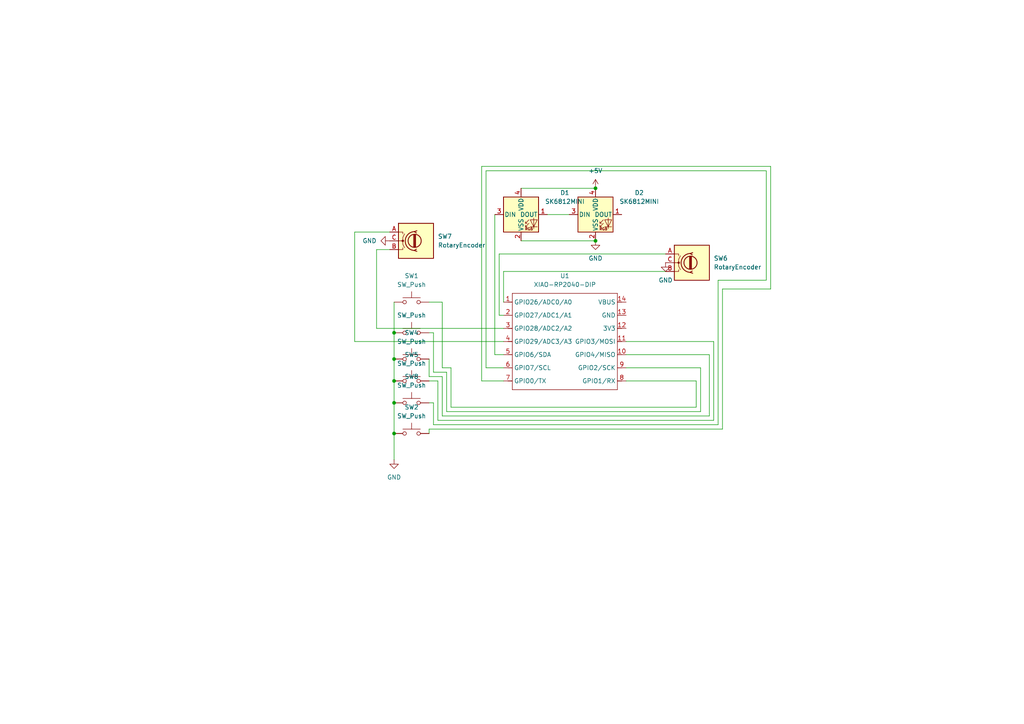
<source format=kicad_sch>
(kicad_sch (version 20231120) (generator "eeschema") (generator_version "8.0")
  (paper "A4")
  (lib_symbols
    (symbol "Device:RotaryEncoder" (pin_names (offset 0.254) hide)
      (property "Reference" "SW" (at 0 6.604 0))
      (property "Value" "RotaryEncoder" (at 0 -6.604 0))
      (symbol "RotaryEncoder_0_1"
        (rectangle (start -5.08 5.08) (end 5.08 -5.08) (stroke (width 0.254)) (fill (type background)))
        (circle (center -3.81 0) (radius 0.254) (fill (type outline)))
        (circle (center -0.381 0) (radius 1.905) (stroke (width 0.254)))
        (arc (start -0.381 2.667) (mid -3.0988 -0.0635) (end -0.381 -2.794) (stroke (width 0.254)))
        (polyline (pts (xy -0.635 -1.778) (xy -0.635 1.778)) (stroke (width 0.254)))
        (polyline (pts (xy -0.381 -1.778) (xy -0.381 1.778)) (stroke (width 0.254)))
        (polyline (pts (xy -0.127 1.778) (xy -0.127 -1.778)) (stroke (width 0.254)))
        (polyline (pts (xy -5.08 -2.54) (xy -3.81 -2.54) (xy -3.81 -2.032)))
        (polyline (pts (xy -5.08 2.54) (xy -3.81 2.54) (xy -3.81 2.032)))
        (polyline (pts (xy 0.254 -3.048) (xy -0.508 -2.794) (xy 0.127 -2.413)) (stroke (width 0.254)))
        (polyline (pts (xy 0.254 2.921) (xy -0.508 2.667) (xy 0.127 2.286)) (stroke (width 0.254)))
        (polyline (pts (xy -5.08 0) (xy -3.81 0) (xy -3.81 -1.016) (xy -3.302 -2.032)))
        (polyline (pts (xy -4.318 0) (xy -3.81 0) (xy -3.81 1.016) (xy -3.302 2.032)))
      )
      (symbol "RotaryEncoder_1_1"
        (pin passive line (at -7.62 2.54 0) (length 2.54) (name "A") (number "A"))
        (pin passive line (at -7.62 -2.54 0) (length 2.54) (name "B") (number "B"))
        (pin passive line (at -7.62 0 0) (length 2.54) (name "C") (number "C"))
      )
    )
    (symbol "LED:SK6812MINI" (pin_names (offset 0.254))
      (property "Reference" "D" (at 5.08 5.715 0))
      (property "Value" "SK6812MINI" (at 1.27 -5.715 0))
      (symbol "SK6812MINI_0_0"
        (text "RGB" (at 2.286 -4.191 0) (effects (font (size 0.762 0.762))))
      )
      (symbol "SK6812MINI_0_1"
        (polyline (pts (xy 1.27 -3.556) (xy 1.778 -3.556)))
        (polyline (pts (xy 1.27 -2.54) (xy 1.778 -2.54)))
        (polyline (pts (xy 4.699 -3.556) (xy 2.667 -3.556)))
        (polyline (pts (xy 2.286 -2.54) (xy 1.27 -3.556) (xy 1.27 -3.048)))
        (polyline (pts (xy 2.286 -1.524) (xy 1.27 -2.54) (xy 1.27 -2.032)))
        (polyline (pts (xy 3.683 -1.016) (xy 3.683 -3.556) (xy 3.683 -4.064)))
        (polyline (pts (xy 4.699 -1.524) (xy 2.667 -1.524) (xy 3.683 -3.556) (xy 4.699 -1.524)))
        (rectangle (start 5.08 5.08) (end -5.08 -5.08) (stroke (width 0.254)) (fill (type background)))
      )
      (symbol "SK6812MINI_1_1"
        (pin output line (at 7.62 0 180) (length 2.54) (name "DOUT") (number "1"))
        (pin power_in line (at 0 -7.62 90) (length 2.54) (name "VSS") (number "2"))
        (pin input line (at -7.62 0 0) (length 2.54) (name "DIN") (number "3"))
        (pin power_in line (at 0 7.62 270) (length 2.54) (name "VDD") (number "4"))
      )
    )
    (symbol "Seeed_Studio_XIAO_Series:XIAO-RP2040-DIP"
      (property "Reference" "U" (at 0 0 0))
      (property "Value" "XIAO-RP2040-DIP" (at 5.334 -1.778 0))
      (symbol "XIAO-RP2040-DIP_1_0"
        (polyline (pts (xy -1.27 -30.48) (xy -1.27 -16.51)) (stroke (width 0.1524)))
        (polyline (pts (xy -1.27 -27.94) (xy -2.54 -27.94)) (stroke (width 0.1524)))
        (polyline (pts (xy -1.27 -24.13) (xy -2.54 -24.13)) (stroke (width 0.1524)))
        (polyline (pts (xy -1.27 -20.32) (xy -2.54 -20.32)) (stroke (width 0.1524)))
        (polyline (pts (xy -1.27 -16.51) (xy -2.54 -16.51)) (stroke (width 0.1524)))
        (polyline (pts (xy -1.27 -16.51) (xy -1.27 -12.7)) (stroke (width 0.1524)))
        (polyline (pts (xy -1.27 -12.7) (xy -2.54 -12.7)) (stroke (width 0.1524)))
        (polyline (pts (xy -1.27 -12.7) (xy -1.27 -8.89)) (stroke (width 0.1524)))
        (polyline (pts (xy -1.27 -8.89) (xy -2.54 -8.89)) (stroke (width 0.1524)))
        (polyline (pts (xy -1.27 -8.89) (xy -1.27 -5.08)) (stroke (width 0.1524)))
        (polyline (pts (xy -1.27 -5.08) (xy -2.54 -5.08)) (stroke (width 0.1524)))
        (polyline (pts (xy -1.27 -5.08) (xy -1.27 -2.54)) (stroke (width 0.1524)))
        (polyline (pts (xy -1.27 -2.54) (xy 29.21 -2.54)) (stroke (width 0.1524)))
        (polyline (pts (xy 29.21 -30.48) (xy -1.27 -30.48)) (stroke (width 0.1524)))
        (polyline (pts (xy 29.21 -12.7) (xy 29.21 -30.48)) (stroke (width 0.1524)))
        (polyline (pts (xy 29.21 -8.89) (xy 29.21 -12.7)) (stroke (width 0.1524)))
        (polyline (pts (xy 29.21 -5.08) (xy 29.21 -8.89)) (stroke (width 0.1524)))
        (polyline (pts (xy 29.21 -2.54) (xy 29.21 -5.08)) (stroke (width 0.1524)))
        (polyline (pts (xy 30.48 -27.94) (xy 29.21 -27.94)) (stroke (width 0.1524)))
        (polyline (pts (xy 30.48 -24.13) (xy 29.21 -24.13)) (stroke (width 0.1524)))
        (polyline (pts (xy 30.48 -20.32) (xy 29.21 -20.32)) (stroke (width 0.1524)))
        (polyline (pts (xy 30.48 -16.51) (xy 29.21 -16.51)) (stroke (width 0.1524)))
        (polyline (pts (xy 30.48 -12.7) (xy 29.21 -12.7)) (stroke (width 0.1524)))
        (polyline (pts (xy 30.48 -8.89) (xy 29.21 -8.89)) (stroke (width 0.1524)))
        (polyline (pts (xy 30.48 -5.08) (xy 29.21 -5.08)) (stroke (width 0.1524)))
        (pin passive line (at -3.81 -5.08 0) (length 2.54) (name "GPIO26/ADC0/A0") (number "1"))
        (pin passive line (at 31.75 -20.32 180) (length 2.54) (name "GPIO4/MISO") (number "10"))
        (pin passive line (at 31.75 -16.51 180) (length 2.54) (name "GPIO3/MOSI") (number "11"))
        (pin passive line (at 31.75 -12.7 180) (length 2.54) (name "3V3") (number "12"))
        (pin passive line (at 31.75 -8.89 180) (length 2.54) (name "GND") (number "13"))
        (pin passive line (at 31.75 -5.08 180) (length 2.54) (name "VBUS") (number "14"))
        (pin passive line (at -3.81 -8.89 0) (length 2.54) (name "GPIO27/ADC1/A1") (number "2"))
        (pin passive line (at -3.81 -12.7 0) (length 2.54) (name "GPIO28/ADC2/A2") (number "3"))
        (pin passive line (at -3.81 -16.51 0) (length 2.54) (name "GPIO29/ADC3/A3") (number "4"))
        (pin passive line (at -3.81 -20.32 0) (length 2.54) (name "GPIO6/SDA") (number "5"))
        (pin passive line (at -3.81 -24.13 0) (length 2.54) (name "GPIO7/SCL") (number "6"))
        (pin passive line (at -3.81 -27.94 0) (length 2.54) (name "GPIO0/TX") (number "7"))
        (pin passive line (at 31.75 -27.94 180) (length 2.54) (name "GPIO1/RX") (number "8"))
        (pin passive line (at 31.75 -24.13 180) (length 2.54) (name "GPIO2/SCK") (number "9"))
      )
    )
    (symbol "Switch:SW_Push" (pin_numbers hide) (pin_names (offset 1.016) hide)
      (property "Reference" "SW" (at 1.27 2.54 0))
      (property "Value" "SW_Push" (at 0 -1.524 0))
      (symbol "SW_Push_0_1"
        (circle (center -2.032 0) (radius 0.508))
        (polyline (pts (xy 0 1.27) (xy 0 3.048)))
        (polyline (pts (xy 2.54 1.27) (xy -2.54 1.27)))
        (circle (center 2.032 0) (radius 0.508))
        (pin passive line (at -5.08 0 0) (length 2.54) (name "1") (number "1"))
        (pin passive line (at 5.08 0 180) (length 2.54) (name "2") (number "2"))
      )
    )
    (symbol "power:+5V" (power) (pin_numbers hide) (pin_names (offset 0) hide)
      (property "Value" "+5V" (at 0 3.556 0))
      (symbol "+5V_0_1"
        (polyline (pts (xy -0.762 1.27) (xy 0 2.54)))
        (polyline (pts (xy 0 0) (xy 0 2.54)))
        (polyline (pts (xy 0 2.54) (xy 0.762 1.27)))
      )
      (symbol "+5V_1_1"
        (pin power_in line (at 0 0 90) (length 0) (name "~") (number "1"))
      )
    )
    (symbol "power:GND" (power) (pin_numbers hide) (pin_names (offset 0) hide)
      (property "Value" "GND" (at 0 -3.81 0))
      (symbol "GND_0_1"
        (polyline (pts (xy 0 0) (xy 0 -1.27) (xy 1.27 -1.27) (xy 0 -2.54) (xy -1.27 -1.27) (xy 0 -1.27)))
      )
      (symbol "GND_1_1"
        (pin power_in line (at 0 0 270) (length 0) (name "~") (number "1"))
      )
    )
  )
  (junction (at 114.3 110.49))
  (junction (at 172.72 69.85))
  (junction (at 114.3 125.73))
  (junction (at 114.3 116.84))
  (junction (at 114.3 104.14))
  (junction (at 114.3 96.52))
  (junction (at 172.72 54.61))
  (wire (pts (xy 143.51 102.87) (xy 146.05 102.87)))
  (wire (pts (xy 130.81 118.11) (xy 201.93 118.11)))
  (wire (pts (xy 140.97 106.68) (xy 146.05 106.68)))
  (wire (pts (xy 209.55 124.46) (xy 124.46 124.46)))
  (wire (pts (xy 181.61 110.49) (xy 201.93 110.49)))
  (wire (pts (xy 102.87 67.31) (xy 102.87 99.06)))
  (wire (pts (xy 113.03 67.31) (xy 102.87 67.31)))
  (wire (pts (xy 146.05 78.74) (xy 146.05 87.63)))
  (wire (pts (xy 124.46 116.84) (xy 125.73 116.84)))
  (wire (pts (xy 114.3 125.73) (xy 114.3 133.35)))
  (wire (pts (xy 127 121.92) (xy 127 110.49)))
  (wire (pts (xy 208.28 123.19) (xy 208.28 81.28)))
  (wire (pts (xy 181.61 99.06) (xy 207.01 99.06)))
  (wire (pts (xy 203.2 119.38) (xy 129.54 119.38)))
  (wire (pts (xy 114.3 96.52) (xy 114.3 104.14)))
  (wire (pts (xy 124.46 109.22) (xy 124.46 104.14)))
  (wire (pts (xy 128.27 109.22) (xy 124.46 109.22)))
  (wire (pts (xy 128.27 87.63) (xy 128.27 106.68)))
  (wire (pts (xy 209.55 83.82) (xy 209.55 124.46)))
  (wire (pts (xy 193.04 73.66) (xy 144.78 73.66)))
  (wire (pts (xy 207.01 99.06) (xy 207.01 121.92)))
  (wire (pts (xy 222.25 81.28) (xy 222.25 49.53)))
  (wire (pts (xy 144.78 91.44) (xy 146.05 91.44)))
  (wire (pts (xy 139.7 48.26) (xy 223.52 48.26)))
  (wire (pts (xy 223.52 83.82) (xy 209.55 83.82)))
  (wire (pts (xy 129.54 119.38) (xy 129.54 107.95)))
  (wire (pts (xy 181.61 106.68) (xy 203.2 106.68)))
  (wire (pts (xy 158.75 62.23) (xy 165.1 62.23)))
  (wire (pts (xy 124.46 96.52) (xy 125.73 96.52)))
  (wire (pts (xy 125.73 107.95) (xy 125.73 96.52)))
  (wire (pts (xy 223.52 48.26) (xy 223.52 83.82)))
  (wire (pts (xy 151.13 54.61) (xy 172.72 54.61)))
  (wire (pts (xy 128.27 106.68) (xy 130.81 106.68)))
  (wire (pts (xy 114.3 110.49) (xy 114.3 116.84)))
  (wire (pts (xy 144.78 73.66) (xy 144.78 91.44)))
  (wire (pts (xy 130.81 106.68) (xy 130.81 118.11)))
  (wire (pts (xy 222.25 49.53) (xy 140.97 49.53)))
  (wire (pts (xy 193.04 78.74) (xy 146.05 78.74)))
  (wire (pts (xy 201.93 118.11) (xy 201.93 110.49)))
  (wire (pts (xy 140.97 49.53) (xy 140.97 106.68)))
  (wire (pts (xy 203.2 106.68) (xy 203.2 119.38)))
  (wire (pts (xy 146.05 110.49) (xy 139.7 110.49)))
  (wire (pts (xy 129.54 107.95) (xy 125.73 107.95)))
  (wire (pts (xy 109.22 95.25) (xy 146.05 95.25)))
  (wire (pts (xy 113.03 72.39) (xy 109.22 72.39)))
  (wire (pts (xy 205.74 120.65) (xy 128.27 120.65)))
  (wire (pts (xy 139.7 110.49) (xy 139.7 48.26)))
  (wire (pts (xy 125.73 123.19) (xy 208.28 123.19)))
  (wire (pts (xy 207.01 121.92) (xy 127 121.92)))
  (wire (pts (xy 125.73 116.84) (xy 125.73 123.19)))
  (wire (pts (xy 128.27 120.65) (xy 128.27 109.22)))
  (wire (pts (xy 208.28 81.28) (xy 222.25 81.28)))
  (wire (pts (xy 127 110.49) (xy 124.46 110.49)))
  (wire (pts (xy 114.3 87.63) (xy 114.3 96.52)))
  (wire (pts (xy 143.51 62.23) (xy 143.51 102.87)))
  (wire (pts (xy 102.87 99.06) (xy 146.05 99.06)))
  (wire (pts (xy 109.22 72.39) (xy 109.22 95.25)))
  (wire (pts (xy 124.46 124.46) (xy 124.46 125.73)))
  (wire (pts (xy 114.3 116.84) (xy 114.3 125.73)))
  (wire (pts (xy 124.46 87.63) (xy 128.27 87.63)))
  (wire (pts (xy 181.61 102.87) (xy 205.74 102.87)))
  (wire (pts (xy 205.74 102.87) (xy 205.74 120.65)))
  (wire (pts (xy 114.3 104.14) (xy 114.3 110.49)))
  (wire (pts (xy 151.13 69.85) (xy 172.72 69.85)))
  (symbol (lib_id "LED:SK6812MINI") (at 151.13 62.23 0) (unit 1)
    (property "Reference" "D1" (at 163.83 55.9114 0))
    (property "Value" "SK6812MINI" (at 163.83 58.4514 0))
    (property "Footprint" "LED_SMD:LED_SK6812MINI_PLCC4_3.5x3.5mm_P1.75mm" (effects (hide yes)))
    (property "Datasheet" "https://cdn-shop.adafruit.com/product-files/2686/SK6812MINI_REV.01-1-2.pdf" (effects (hide yes)))
    (property "Description" "RGB LED with integrated controller" (effects (hide yes)))
  )
  (symbol (lib_id "Seeed_Studio_XIAO_Series:XIAO-RP2040-DIP") (at 149.86 82.55 0) (unit 1)
    (property "Reference" "U1" (at 163.83 80.01 0))
    (property "Value" "XIAO-RP2040-DIP" (at 163.83 82.55 0))
    (property "Footprint" "Seeed Studio XIAO Series Library:XIAO-RP2040-DIP" (effects (hide yes)))
  )
  (symbol (lib_id "power:GND") (at 172.72 69.85 0) (unit 1)
    (property "Reference" "#PWR02" (effects (hide yes)))
    (property "Value" "GND" (at 172.72 74.93 0))
    (property "Description" "Power symbol creates a global label with name \"GND\" , ground" (effects (hide yes)))
  )
  (symbol (lib_id "power:GND") (at 193.04 76.2 0) (unit 1)
    (property "Reference" "#PWR03" (effects (hide yes)))
    (property "Value" "GND" (at 193.04 81.28 0))
    (property "Description" "Power symbol creates a global label with name \"GND\" , ground" (effects (hide yes)))
  )
  (symbol (lib_id "power:GND") (at 113.03 69.85 270) (unit 1)
    (property "Reference" "#PWR04" (effects (hide yes)))
    (property "Value" "GND" (at 109.22 69.8499 90) (effects (justify right)))
    (property "Description" "Power symbol creates a global label with name \"GND\" , ground" (effects (hide yes)))
  )
  (symbol (lib_id "LED:SK6812MINI") (at 172.72 62.23 0) (unit 1)
    (property "Reference" "D2" (at 185.42 55.9114 0))
    (property "Value" "SK6812MINI" (at 185.42 58.4514 0))
    (property "Footprint" "LED_SMD:LED_SK6812MINI_PLCC4_3.5x3.5mm_P1.75mm" (effects (hide yes)))
    (property "Datasheet" "https://cdn-shop.adafruit.com/product-files/2686/SK6812MINI_REV.01-1-2.pdf" (effects (hide yes)))
    (property "Description" "RGB LED with integrated controller" (effects (hide yes)))
  )
  (symbol (lib_id "Switch:SW_Push") (at 119.38 110.49 0) (unit 1)
    (property "Reference" "SW5" (at 119.38 102.87 0))
    (property "Value" "SW_Push" (at 119.38 105.41 0))
    (property "Footprint" "Button_Switch_Keyboard:SW_Cherry_MX_1.00u_PCB" (effects (hide yes)))
    (property "Description" "Push button switch, generic, two pins" (effects (hide yes)))
  )
  (symbol (lib_id "Switch:SW_Push") (at 119.38 87.63 0) (unit 1)
    (property "Reference" "SW1" (at 119.38 80.01 0))
    (property "Value" "SW_Push" (at 119.38 82.55 0))
    (property "Footprint" "Button_Switch_Keyboard:SW_Cherry_MX_1.00u_PCB" (effects (hide yes)))
    (property "Description" "Push button switch, generic, two pins" (effects (hide yes)))
  )
  (symbol (lib_id "Switch:SW_Push") (at 119.38 96.52 0) (unit 1)
    (property "Reference" "SW3" (effects (hide yes)))
    (property "Value" "SW_Push" (at 119.38 91.44 0))
    (property "Footprint" "Button_Switch_Keyboard:SW_Cherry_MX_1.00u_PCB" (effects (hide yes)))
    (property "Description" "Push button switch, generic, two pins" (effects (hide yes)))
  )
  (symbol (lib_id "Device:RotaryEncoder") (at 120.65 69.85 0) (unit 1)
    (property "Reference" "SW7" (at 127 68.5799 0) (effects (justify left)))
    (property "Value" "RotaryEncoder" (at 127 71.1199 0) (effects (justify left)))
    (property "Footprint" "Rotary_Encoder:RotaryEncoder_Alps_EC11E-Switch_Vertical_H20mm" (effects (hide yes)))
    (property "Description" "Rotary encoder, dual channel, incremental quadrate outputs" (effects (hide yes)))
  )
  (symbol (lib_id "power:+5V") (at 172.72 54.61 0) (unit 1)
    (property "Reference" "#PWR05" (effects (hide yes)))
    (property "Value" "+5V" (at 172.72 49.53 0))
    (property "Description" "Power symbol creates a global label with name \"+5V\"" (effects (hide yes)))
  )
  (symbol (lib_id "Switch:SW_Push") (at 119.38 116.84 0) (unit 1)
    (property "Reference" "SW8" (at 119.38 109.22 0))
    (property "Value" "SW_Push" (at 119.38 111.76 0))
    (property "Footprint" "Button_Switch_Keyboard:SW_Cherry_MX_1.00u_PCB" (effects (hide yes)))
    (property "Description" "Push button switch, generic, two pins" (effects (hide yes)))
  )
  (symbol (lib_id "power:GND") (at 114.3 133.35 0) (unit 1)
    (property "Reference" "#PWR01" (effects (hide yes)))
    (property "Value" "GND" (at 114.3 138.43 0))
    (property "Description" "Power symbol creates a global label with name \"GND\" , ground" (effects (hide yes)))
  )
  (symbol (lib_id "Device:RotaryEncoder") (at 200.66 76.2 0) (unit 1)
    (property "Reference" "SW6" (at 207.01 74.9299 0) (effects (justify left)))
    (property "Value" "RotaryEncoder" (at 207.01 77.4699 0) (effects (justify left)))
    (property "Footprint" "Rotary_Encoder:RotaryEncoder_Alps_EC11E-Switch_Vertical_H20mm" (effects (hide yes)))
    (property "Description" "Rotary encoder, dual channel, incremental quadrate outputs" (effects (hide yes)))
  )
  (symbol (lib_id "Switch:SW_Push") (at 119.38 104.14 0) (unit 1)
    (property "Reference" "SW4" (at 119.38 96.52 0))
    (property "Value" "SW_Push" (at 119.38 99.06 0))
    (property "Footprint" "Button_Switch_Keyboard:SW_Cherry_MX_1.00u_PCB" (effects (hide yes)))
    (property "Description" "Push button switch, generic, two pins" (effects (hide yes)))
  )
  (symbol (lib_id "Switch:SW_Push") (at 119.38 125.73 0) (unit 1)
    (property "Reference" "SW2" (at 119.38 118.11 0))
    (property "Value" "SW_Push" (at 119.38 120.65 0))
    (property "Footprint" "Button_Switch_Keyboard:SW_Cherry_MX_1.00u_PCB" (effects (hide yes)))
    (property "Description" "Push button switch, generic, two pins" (effects (hide yes)))
  )
)
</source>
